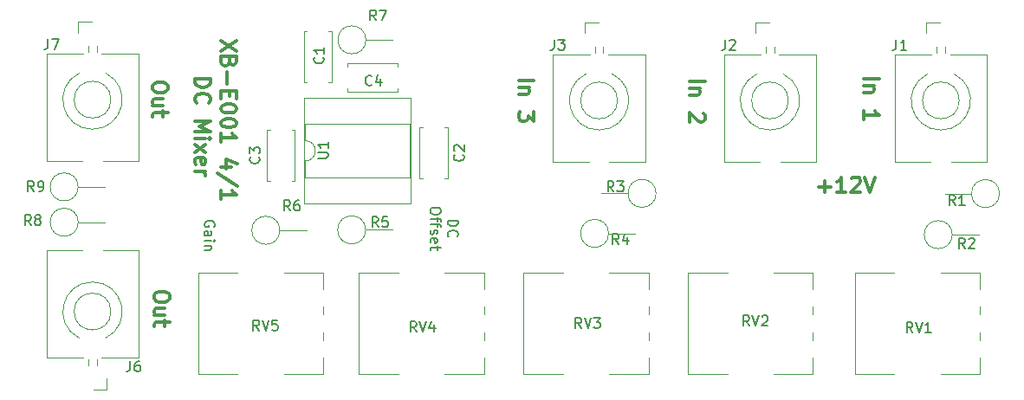
<source format=gbr>
G04 #@! TF.GenerationSoftware,KiCad,Pcbnew,(5.0.1)-rc2*
G04 #@! TF.CreationDate,2019-03-16T15:36:32-04:00*
G04 #@! TF.ProjectId,mixer,6D697865722E6B696361645F70636200,rev?*
G04 #@! TF.SameCoordinates,Original*
G04 #@! TF.FileFunction,Legend,Top*
G04 #@! TF.FilePolarity,Positive*
%FSLAX46Y46*%
G04 Gerber Fmt 4.6, Leading zero omitted, Abs format (unit mm)*
G04 Created by KiCad (PCBNEW (5.0.1)-rc2) date 3/16/2019 3:36:32 PM*
%MOMM*%
%LPD*%
G01*
G04 APERTURE LIST*
%ADD10C,0.300000*%
%ADD11C,0.200000*%
%ADD12C,0.120000*%
%ADD13C,0.150000*%
G04 APERTURE END LIST*
D10*
X191540142Y-83215942D02*
X192683000Y-83215942D01*
X192111571Y-83787371D02*
X192111571Y-82644514D01*
X194183000Y-83787371D02*
X193325857Y-83787371D01*
X193754428Y-83787371D02*
X193754428Y-82287371D01*
X193611571Y-82501657D01*
X193468714Y-82644514D01*
X193325857Y-82715942D01*
X194754428Y-82430228D02*
X194825857Y-82358800D01*
X194968714Y-82287371D01*
X195325857Y-82287371D01*
X195468714Y-82358800D01*
X195540142Y-82430228D01*
X195611571Y-82573085D01*
X195611571Y-82715942D01*
X195540142Y-82930228D01*
X194683000Y-83787371D01*
X195611571Y-83787371D01*
X196040142Y-82287371D02*
X196540142Y-83787371D01*
X197040142Y-82287371D01*
D11*
X132440300Y-87117347D02*
X132487919Y-87022109D01*
X132487919Y-86879252D01*
X132440300Y-86736395D01*
X132345061Y-86641157D01*
X132249823Y-86593538D01*
X132059347Y-86545919D01*
X131916490Y-86545919D01*
X131726014Y-86593538D01*
X131630776Y-86641157D01*
X131535538Y-86736395D01*
X131487919Y-86879252D01*
X131487919Y-86974490D01*
X131535538Y-87117347D01*
X131583157Y-87164966D01*
X131916490Y-87164966D01*
X131916490Y-86974490D01*
X131487919Y-88022109D02*
X132011728Y-88022109D01*
X132106966Y-87974490D01*
X132154585Y-87879252D01*
X132154585Y-87688776D01*
X132106966Y-87593538D01*
X131535538Y-88022109D02*
X131487919Y-87926871D01*
X131487919Y-87688776D01*
X131535538Y-87593538D01*
X131630776Y-87545919D01*
X131726014Y-87545919D01*
X131821252Y-87593538D01*
X131868871Y-87688776D01*
X131868871Y-87926871D01*
X131916490Y-88022109D01*
X131487919Y-88498300D02*
X132154585Y-88498300D01*
X132487919Y-88498300D02*
X132440300Y-88450680D01*
X132392680Y-88498300D01*
X132440300Y-88545919D01*
X132487919Y-88498300D01*
X132392680Y-88498300D01*
X132154585Y-88974490D02*
X131487919Y-88974490D01*
X132059347Y-88974490D02*
X132106966Y-89022109D01*
X132154585Y-89117347D01*
X132154585Y-89260204D01*
X132106966Y-89355442D01*
X132011728Y-89403061D01*
X131487919Y-89403061D01*
X155274119Y-86525195D02*
X156274119Y-86525195D01*
X156274119Y-86763290D01*
X156226500Y-86906147D01*
X156131261Y-87001385D01*
X156036023Y-87049004D01*
X155845547Y-87096623D01*
X155702690Y-87096623D01*
X155512214Y-87049004D01*
X155416976Y-87001385D01*
X155321738Y-86906147D01*
X155274119Y-86763290D01*
X155274119Y-86525195D01*
X155369357Y-88096623D02*
X155321738Y-88049004D01*
X155274119Y-87906147D01*
X155274119Y-87810909D01*
X155321738Y-87668052D01*
X155416976Y-87572814D01*
X155512214Y-87525195D01*
X155702690Y-87477576D01*
X155845547Y-87477576D01*
X156036023Y-87525195D01*
X156131261Y-87572814D01*
X156226500Y-87668052D01*
X156274119Y-87810909D01*
X156274119Y-87906147D01*
X156226500Y-88049004D01*
X156178880Y-88096623D01*
X154574119Y-85501385D02*
X154574119Y-85691861D01*
X154526500Y-85787100D01*
X154431261Y-85882338D01*
X154240785Y-85929957D01*
X153907452Y-85929957D01*
X153716976Y-85882338D01*
X153621738Y-85787100D01*
X153574119Y-85691861D01*
X153574119Y-85501385D01*
X153621738Y-85406147D01*
X153716976Y-85310909D01*
X153907452Y-85263290D01*
X154240785Y-85263290D01*
X154431261Y-85310909D01*
X154526500Y-85406147D01*
X154574119Y-85501385D01*
X154240785Y-86215671D02*
X154240785Y-86596623D01*
X153574119Y-86358528D02*
X154431261Y-86358528D01*
X154526500Y-86406147D01*
X154574119Y-86501385D01*
X154574119Y-86596623D01*
X154240785Y-86787100D02*
X154240785Y-87168052D01*
X153574119Y-86929957D02*
X154431261Y-86929957D01*
X154526500Y-86977576D01*
X154574119Y-87072814D01*
X154574119Y-87168052D01*
X153621738Y-87453766D02*
X153574119Y-87549004D01*
X153574119Y-87739480D01*
X153621738Y-87834719D01*
X153716976Y-87882338D01*
X153764595Y-87882338D01*
X153859833Y-87834719D01*
X153907452Y-87739480D01*
X153907452Y-87596623D01*
X153955071Y-87501385D01*
X154050309Y-87453766D01*
X154097928Y-87453766D01*
X154193166Y-87501385D01*
X154240785Y-87596623D01*
X154240785Y-87739480D01*
X154193166Y-87834719D01*
X153621738Y-88691861D02*
X153574119Y-88596623D01*
X153574119Y-88406147D01*
X153621738Y-88310909D01*
X153716976Y-88263290D01*
X154097928Y-88263290D01*
X154193166Y-88310909D01*
X154240785Y-88406147D01*
X154240785Y-88596623D01*
X154193166Y-88691861D01*
X154097928Y-88739480D01*
X154002690Y-88739480D01*
X153907452Y-88263290D01*
X154240785Y-89025195D02*
X154240785Y-89406147D01*
X154574119Y-89168052D02*
X153716976Y-89168052D01*
X153621738Y-89215671D01*
X153574119Y-89310909D01*
X153574119Y-89406147D01*
D10*
X162198928Y-72800614D02*
X163698928Y-72800614D01*
X163198928Y-73514900D02*
X162198928Y-73514900D01*
X163056071Y-73514900D02*
X163127500Y-73586328D01*
X163198928Y-73729185D01*
X163198928Y-73943471D01*
X163127500Y-74086328D01*
X162984642Y-74157757D01*
X162198928Y-74157757D01*
X163698928Y-75872042D02*
X163698928Y-76800614D01*
X163127500Y-76300614D01*
X163127500Y-76514900D01*
X163056071Y-76657757D01*
X162984642Y-76729185D01*
X162841785Y-76800614D01*
X162484642Y-76800614D01*
X162341785Y-76729185D01*
X162270357Y-76657757D01*
X162198928Y-76514900D01*
X162198928Y-76086328D01*
X162270357Y-75943471D01*
X162341785Y-75872042D01*
X178899428Y-72889514D02*
X180399428Y-72889514D01*
X179899428Y-73603800D02*
X178899428Y-73603800D01*
X179756571Y-73603800D02*
X179828000Y-73675228D01*
X179899428Y-73818085D01*
X179899428Y-74032371D01*
X179828000Y-74175228D01*
X179685142Y-74246657D01*
X178899428Y-74246657D01*
X180256571Y-76032371D02*
X180328000Y-76103800D01*
X180399428Y-76246657D01*
X180399428Y-76603800D01*
X180328000Y-76746657D01*
X180256571Y-76818085D01*
X180113714Y-76889514D01*
X179970857Y-76889514D01*
X179756571Y-76818085D01*
X178899428Y-75960942D01*
X178899428Y-76889514D01*
X195930128Y-72648214D02*
X197430128Y-72648214D01*
X196930128Y-73362500D02*
X195930128Y-73362500D01*
X196787271Y-73362500D02*
X196858700Y-73433928D01*
X196930128Y-73576785D01*
X196930128Y-73791071D01*
X196858700Y-73933928D01*
X196715842Y-74005357D01*
X195930128Y-74005357D01*
X195930128Y-76648214D02*
X195930128Y-75791071D01*
X195930128Y-76219642D02*
X197430128Y-76219642D01*
X197215842Y-76076785D01*
X197072985Y-75933928D01*
X197001557Y-75791071D01*
X128075428Y-93847600D02*
X128075428Y-94133314D01*
X128004000Y-94276171D01*
X127861142Y-94419028D01*
X127575428Y-94490457D01*
X127075428Y-94490457D01*
X126789714Y-94419028D01*
X126646857Y-94276171D01*
X126575428Y-94133314D01*
X126575428Y-93847600D01*
X126646857Y-93704742D01*
X126789714Y-93561885D01*
X127075428Y-93490457D01*
X127575428Y-93490457D01*
X127861142Y-93561885D01*
X128004000Y-93704742D01*
X128075428Y-93847600D01*
X127575428Y-95776171D02*
X126575428Y-95776171D01*
X127575428Y-95133314D02*
X126789714Y-95133314D01*
X126646857Y-95204742D01*
X126575428Y-95347600D01*
X126575428Y-95561885D01*
X126646857Y-95704742D01*
X126718285Y-95776171D01*
X127575428Y-96276171D02*
X127575428Y-96847600D01*
X128075428Y-96490457D02*
X126789714Y-96490457D01*
X126646857Y-96561885D01*
X126575428Y-96704742D01*
X126575428Y-96847600D01*
X127910328Y-73362500D02*
X127910328Y-73648214D01*
X127838900Y-73791071D01*
X127696042Y-73933928D01*
X127410328Y-74005357D01*
X126910328Y-74005357D01*
X126624614Y-73933928D01*
X126481757Y-73791071D01*
X126410328Y-73648214D01*
X126410328Y-73362500D01*
X126481757Y-73219642D01*
X126624614Y-73076785D01*
X126910328Y-73005357D01*
X127410328Y-73005357D01*
X127696042Y-73076785D01*
X127838900Y-73219642D01*
X127910328Y-73362500D01*
X127410328Y-75291071D02*
X126410328Y-75291071D01*
X127410328Y-74648214D02*
X126624614Y-74648214D01*
X126481757Y-74719642D01*
X126410328Y-74862500D01*
X126410328Y-75076785D01*
X126481757Y-75219642D01*
X126553185Y-75291071D01*
X127410328Y-75791071D02*
X127410328Y-76362500D01*
X127910328Y-76005357D02*
X126624614Y-76005357D01*
X126481757Y-76076785D01*
X126410328Y-76219642D01*
X126410328Y-76362500D01*
X134633628Y-68935057D02*
X133133628Y-69935057D01*
X134633628Y-69935057D02*
X133133628Y-68935057D01*
X133919342Y-71006485D02*
X133847914Y-71220771D01*
X133776485Y-71292200D01*
X133633628Y-71363628D01*
X133419342Y-71363628D01*
X133276485Y-71292200D01*
X133205057Y-71220771D01*
X133133628Y-71077914D01*
X133133628Y-70506485D01*
X134633628Y-70506485D01*
X134633628Y-71006485D01*
X134562200Y-71149342D01*
X134490771Y-71220771D01*
X134347914Y-71292200D01*
X134205057Y-71292200D01*
X134062200Y-71220771D01*
X133990771Y-71149342D01*
X133919342Y-71006485D01*
X133919342Y-70506485D01*
X133705057Y-72006485D02*
X133705057Y-73149342D01*
X133919342Y-73863628D02*
X133919342Y-74363628D01*
X133133628Y-74577914D02*
X133133628Y-73863628D01*
X134633628Y-73863628D01*
X134633628Y-74577914D01*
X134633628Y-75506485D02*
X134633628Y-75649342D01*
X134562200Y-75792200D01*
X134490771Y-75863628D01*
X134347914Y-75935057D01*
X134062200Y-76006485D01*
X133705057Y-76006485D01*
X133419342Y-75935057D01*
X133276485Y-75863628D01*
X133205057Y-75792200D01*
X133133628Y-75649342D01*
X133133628Y-75506485D01*
X133205057Y-75363628D01*
X133276485Y-75292200D01*
X133419342Y-75220771D01*
X133705057Y-75149342D01*
X134062200Y-75149342D01*
X134347914Y-75220771D01*
X134490771Y-75292200D01*
X134562200Y-75363628D01*
X134633628Y-75506485D01*
X134633628Y-76935057D02*
X134633628Y-77077914D01*
X134562200Y-77220771D01*
X134490771Y-77292200D01*
X134347914Y-77363628D01*
X134062200Y-77435057D01*
X133705057Y-77435057D01*
X133419342Y-77363628D01*
X133276485Y-77292200D01*
X133205057Y-77220771D01*
X133133628Y-77077914D01*
X133133628Y-76935057D01*
X133205057Y-76792200D01*
X133276485Y-76720771D01*
X133419342Y-76649342D01*
X133705057Y-76577914D01*
X134062200Y-76577914D01*
X134347914Y-76649342D01*
X134490771Y-76720771D01*
X134562200Y-76792200D01*
X134633628Y-76935057D01*
X133133628Y-78863628D02*
X133133628Y-78006485D01*
X133133628Y-78435057D02*
X134633628Y-78435057D01*
X134419342Y-78292200D01*
X134276485Y-78149342D01*
X134205057Y-78006485D01*
X134133628Y-81292200D02*
X133133628Y-81292200D01*
X134705057Y-80935057D02*
X133633628Y-80577914D01*
X133633628Y-81506485D01*
X134705057Y-83149342D02*
X132776485Y-81863628D01*
X133133628Y-84435057D02*
X133133628Y-83577914D01*
X133133628Y-84006485D02*
X134633628Y-84006485D01*
X134419342Y-83863628D01*
X134276485Y-83720771D01*
X134205057Y-83577914D01*
X130583628Y-72649342D02*
X132083628Y-72649342D01*
X132083628Y-73006485D01*
X132012200Y-73220771D01*
X131869342Y-73363628D01*
X131726485Y-73435057D01*
X131440771Y-73506485D01*
X131226485Y-73506485D01*
X130940771Y-73435057D01*
X130797914Y-73363628D01*
X130655057Y-73220771D01*
X130583628Y-73006485D01*
X130583628Y-72649342D01*
X130726485Y-75006485D02*
X130655057Y-74935057D01*
X130583628Y-74720771D01*
X130583628Y-74577914D01*
X130655057Y-74363628D01*
X130797914Y-74220771D01*
X130940771Y-74149342D01*
X131226485Y-74077914D01*
X131440771Y-74077914D01*
X131726485Y-74149342D01*
X131869342Y-74220771D01*
X132012200Y-74363628D01*
X132083628Y-74577914D01*
X132083628Y-74720771D01*
X132012200Y-74935057D01*
X131940771Y-75006485D01*
X130583628Y-76792200D02*
X132083628Y-76792200D01*
X131012200Y-77292200D01*
X132083628Y-77792200D01*
X130583628Y-77792200D01*
X130583628Y-78506485D02*
X131583628Y-78506485D01*
X132083628Y-78506485D02*
X132012200Y-78435057D01*
X131940771Y-78506485D01*
X132012200Y-78577914D01*
X132083628Y-78506485D01*
X131940771Y-78506485D01*
X130583628Y-79077914D02*
X131583628Y-79863628D01*
X131583628Y-79077914D02*
X130583628Y-79863628D01*
X130655057Y-81006485D02*
X130583628Y-80863628D01*
X130583628Y-80577914D01*
X130655057Y-80435057D01*
X130797914Y-80363628D01*
X131369342Y-80363628D01*
X131512200Y-80435057D01*
X131583628Y-80577914D01*
X131583628Y-80863628D01*
X131512200Y-81006485D01*
X131369342Y-81077914D01*
X131226485Y-81077914D01*
X131083628Y-80363628D01*
X130583628Y-81720771D02*
X131583628Y-81720771D01*
X131297914Y-81720771D02*
X131440771Y-81792200D01*
X131512200Y-81863628D01*
X131583628Y-82006485D01*
X131583628Y-82149342D01*
D12*
G04 #@! TO.C,C2*
X152843600Y-82389200D02*
X152528600Y-82389200D01*
X155268600Y-82389200D02*
X154953600Y-82389200D01*
X152843600Y-77449200D02*
X152528600Y-77449200D01*
X155268600Y-77449200D02*
X154953600Y-77449200D01*
X152528600Y-77449200D02*
X152528600Y-82389200D01*
X155268600Y-77449200D02*
X155268600Y-82389200D01*
G04 #@! TO.C,C3*
X137580700Y-82621600D02*
X137580700Y-77681600D01*
X140320700Y-82621600D02*
X140320700Y-77681600D01*
X137580700Y-82621600D02*
X137895700Y-82621600D01*
X140005700Y-82621600D02*
X140320700Y-82621600D01*
X137580700Y-77681600D02*
X137895700Y-77681600D01*
X140005700Y-77681600D02*
X140320700Y-77681600D01*
G04 #@! TO.C,C4*
X150385000Y-73597400D02*
X150385000Y-73912400D01*
X150385000Y-71172400D02*
X150385000Y-71487400D01*
X145445000Y-73597400D02*
X145445000Y-73912400D01*
X145445000Y-71172400D02*
X145445000Y-71487400D01*
X145445000Y-73912400D02*
X150385000Y-73912400D01*
X145445000Y-71172400D02*
X150385000Y-71172400D01*
G04 #@! TO.C,C1*
X143940200Y-68025800D02*
X143940200Y-72965800D01*
X141200200Y-68025800D02*
X141200200Y-72965800D01*
X143940200Y-68025800D02*
X143625200Y-68025800D01*
X141515200Y-68025800D02*
X141200200Y-68025800D01*
X143940200Y-72965800D02*
X143625200Y-72965800D01*
X141515200Y-72965800D02*
X141200200Y-72965800D01*
G04 #@! TO.C,J1*
X202058800Y-67120600D02*
X203378800Y-67120600D01*
X202058800Y-67120600D02*
X202058800Y-68220600D01*
X203878800Y-69500600D02*
X203878800Y-70100600D01*
X203038800Y-69500600D02*
X203038800Y-70100600D01*
X205258800Y-74780600D02*
G75*
G03X205258800Y-74780600I-1800000J0D01*
G01*
X202558800Y-70280600D02*
X198958800Y-70280600D01*
X207958800Y-70280600D02*
X204358800Y-70280600D01*
X202458800Y-80780600D02*
X198958800Y-80780600D01*
X207958800Y-80780600D02*
X204458800Y-80780600D01*
X204755063Y-72192023D02*
G75*
G02X203458800Y-77675600I-1296263J-2588577D01*
G01*
X202162537Y-72192023D02*
G75*
G03X203458800Y-77675600I1296263J-2588577D01*
G01*
X207958800Y-70280600D02*
X207958800Y-80780600D01*
X198958800Y-70280600D02*
X198958800Y-80780600D01*
G04 #@! TO.C,J2*
X182258300Y-70280600D02*
X182258300Y-80780600D01*
X191258300Y-70280600D02*
X191258300Y-80780600D01*
X185462037Y-72192023D02*
G75*
G03X186758300Y-77675600I1296263J-2588577D01*
G01*
X188054563Y-72192023D02*
G75*
G02X186758300Y-77675600I-1296263J-2588577D01*
G01*
X191258300Y-80780600D02*
X187758300Y-80780600D01*
X185758300Y-80780600D02*
X182258300Y-80780600D01*
X191258300Y-70280600D02*
X187658300Y-70280600D01*
X185858300Y-70280600D02*
X182258300Y-70280600D01*
X188558300Y-74780600D02*
G75*
G03X188558300Y-74780600I-1800000J0D01*
G01*
X186338300Y-69500600D02*
X186338300Y-70100600D01*
X187178300Y-69500600D02*
X187178300Y-70100600D01*
X185358300Y-67120600D02*
X185358300Y-68220600D01*
X185358300Y-67120600D02*
X186678300Y-67120600D01*
G04 #@! TO.C,J3*
X168657800Y-67120600D02*
X169977800Y-67120600D01*
X168657800Y-67120600D02*
X168657800Y-68220600D01*
X170477800Y-69500600D02*
X170477800Y-70100600D01*
X169637800Y-69500600D02*
X169637800Y-70100600D01*
X171857800Y-74780600D02*
G75*
G03X171857800Y-74780600I-1800000J0D01*
G01*
X169157800Y-70280600D02*
X165557800Y-70280600D01*
X174557800Y-70280600D02*
X170957800Y-70280600D01*
X169057800Y-80780600D02*
X165557800Y-80780600D01*
X174557800Y-80780600D02*
X171057800Y-80780600D01*
X171354063Y-72192023D02*
G75*
G02X170057800Y-77675600I-1296263J-2588577D01*
G01*
X168761537Y-72192023D02*
G75*
G03X170057800Y-77675600I1296263J-2588577D01*
G01*
X174557800Y-70280600D02*
X174557800Y-80780600D01*
X165557800Y-70280600D02*
X165557800Y-80780600D01*
G04 #@! TO.C,J6*
X121948400Y-103084800D02*
X120628400Y-103084800D01*
X121948400Y-103084800D02*
X121948400Y-101984800D01*
X120128400Y-100704800D02*
X120128400Y-100104800D01*
X120968400Y-100704800D02*
X120968400Y-100104800D01*
X122348400Y-95424800D02*
G75*
G03X122348400Y-95424800I-1800000J0D01*
G01*
X121448400Y-99924800D02*
X125048400Y-99924800D01*
X116048400Y-99924800D02*
X119648400Y-99924800D01*
X121548400Y-89424800D02*
X125048400Y-89424800D01*
X116048400Y-89424800D02*
X119548400Y-89424800D01*
X119252137Y-98013377D02*
G75*
G02X120548400Y-92529800I1296263J2588577D01*
G01*
X121844663Y-98013377D02*
G75*
G03X120548400Y-92529800I-1296263J2588577D01*
G01*
X116048400Y-99924800D02*
X116048400Y-89424800D01*
X125048400Y-99924800D02*
X125048400Y-89424800D01*
G04 #@! TO.C,J7*
X116048400Y-70204400D02*
X116048400Y-80704400D01*
X125048400Y-70204400D02*
X125048400Y-80704400D01*
X119252137Y-72115823D02*
G75*
G03X120548400Y-77599400I1296263J-2588577D01*
G01*
X121844663Y-72115823D02*
G75*
G02X120548400Y-77599400I-1296263J-2588577D01*
G01*
X125048400Y-80704400D02*
X121548400Y-80704400D01*
X119548400Y-80704400D02*
X116048400Y-80704400D01*
X125048400Y-70204400D02*
X121448400Y-70204400D01*
X119648400Y-70204400D02*
X116048400Y-70204400D01*
X122348400Y-74704400D02*
G75*
G03X122348400Y-74704400I-1800000J0D01*
G01*
X120128400Y-69424400D02*
X120128400Y-70024400D01*
X120968400Y-69424400D02*
X120968400Y-70024400D01*
X119148400Y-67044400D02*
X119148400Y-68144400D01*
X119148400Y-67044400D02*
X120468400Y-67044400D01*
G04 #@! TO.C,U1*
X141316400Y-78705200D02*
G75*
G02X141316400Y-80705200I0J-1000000D01*
G01*
X141316400Y-80705200D02*
X141316400Y-82355200D01*
X141316400Y-82355200D02*
X151596400Y-82355200D01*
X151596400Y-82355200D02*
X151596400Y-77055200D01*
X151596400Y-77055200D02*
X141316400Y-77055200D01*
X141316400Y-77055200D02*
X141316400Y-78705200D01*
X141256400Y-84845200D02*
X151656400Y-84845200D01*
X151656400Y-84845200D02*
X151656400Y-74565200D01*
X151656400Y-74565200D02*
X141256400Y-74565200D01*
X141256400Y-74565200D02*
X141256400Y-84845200D01*
G04 #@! TO.C,RV5*
X143112600Y-101551600D02*
X139247600Y-101551600D01*
X134737600Y-101551600D02*
X130872600Y-101551600D01*
X143112600Y-91611600D02*
X139247600Y-91611600D01*
X134737600Y-91611600D02*
X130872600Y-91611600D01*
X143112600Y-101551600D02*
X143112600Y-99952600D01*
X143112600Y-98210600D02*
X143112600Y-97451600D01*
X143112600Y-95710600D02*
X143112600Y-94951600D01*
X143112600Y-93211600D02*
X143112600Y-91611600D01*
X130872600Y-101551600D02*
X130872600Y-91611600D01*
G04 #@! TO.C,RV4*
X146569800Y-101551600D02*
X146569800Y-91611600D01*
X158809800Y-93211600D02*
X158809800Y-91611600D01*
X158809800Y-95710600D02*
X158809800Y-94951600D01*
X158809800Y-98210600D02*
X158809800Y-97451600D01*
X158809800Y-101551600D02*
X158809800Y-99952600D01*
X150434800Y-91611600D02*
X146569800Y-91611600D01*
X158809800Y-91611600D02*
X154944800Y-91611600D01*
X150434800Y-101551600D02*
X146569800Y-101551600D01*
X158809800Y-101551600D02*
X154944800Y-101551600D01*
G04 #@! TO.C,RV3*
X174888000Y-101551600D02*
X171023000Y-101551600D01*
X166513000Y-101551600D02*
X162648000Y-101551600D01*
X174888000Y-91611600D02*
X171023000Y-91611600D01*
X166513000Y-91611600D02*
X162648000Y-91611600D01*
X174888000Y-101551600D02*
X174888000Y-99952600D01*
X174888000Y-98210600D02*
X174888000Y-97451600D01*
X174888000Y-95710600D02*
X174888000Y-94951600D01*
X174888000Y-93211600D02*
X174888000Y-91611600D01*
X162648000Y-101551600D02*
X162648000Y-91611600D01*
G04 #@! TO.C,RV2*
X178726200Y-101551600D02*
X178726200Y-91611600D01*
X190966200Y-93211600D02*
X190966200Y-91611600D01*
X190966200Y-95710600D02*
X190966200Y-94951600D01*
X190966200Y-98210600D02*
X190966200Y-97451600D01*
X190966200Y-101551600D02*
X190966200Y-99952600D01*
X182591200Y-91611600D02*
X178726200Y-91611600D01*
X190966200Y-91611600D02*
X187101200Y-91611600D01*
X182591200Y-101551600D02*
X178726200Y-101551600D01*
X190966200Y-101551600D02*
X187101200Y-101551600D01*
G04 #@! TO.C,RV1*
X207298400Y-101551600D02*
X203433400Y-101551600D01*
X198923400Y-101551600D02*
X195058400Y-101551600D01*
X207298400Y-91611600D02*
X203433400Y-91611600D01*
X198923400Y-91611600D02*
X195058400Y-91611600D01*
X207298400Y-101551600D02*
X207298400Y-99952600D01*
X207298400Y-98210600D02*
X207298400Y-97451600D01*
X207298400Y-95710600D02*
X207298400Y-94951600D01*
X207298400Y-93211600D02*
X207298400Y-91611600D01*
X195058400Y-101551600D02*
X195058400Y-91611600D01*
G04 #@! TO.C,R9*
X119149800Y-83235800D02*
G75*
G03X119149800Y-83235800I-1370000J0D01*
G01*
X119149800Y-83235800D02*
X121759800Y-83235800D01*
G04 #@! TO.C,R8*
X119149800Y-86690200D02*
X121759800Y-86690200D01*
X119149800Y-86690200D02*
G75*
G03X119149800Y-86690200I-1370000J0D01*
G01*
G04 #@! TO.C,R7*
X147267600Y-68859400D02*
G75*
G03X147267600Y-68859400I-1370000J0D01*
G01*
X147267600Y-68859400D02*
X149877600Y-68859400D01*
G04 #@! TO.C,R6*
X138860200Y-87477600D02*
X141470200Y-87477600D01*
X138860200Y-87477600D02*
G75*
G03X138860200Y-87477600I-1370000J0D01*
G01*
G04 #@! TO.C,R5*
X147242200Y-87439500D02*
G75*
G03X147242200Y-87439500I-1370000J0D01*
G01*
X147242200Y-87439500D02*
X149852200Y-87439500D01*
G04 #@! TO.C,R1*
X204570000Y-87909400D02*
X207180000Y-87909400D01*
X204570000Y-87909400D02*
G75*
G03X204570000Y-87909400I-1370000J0D01*
G01*
G04 #@! TO.C,R2*
X209192800Y-83896200D02*
G75*
G03X209192800Y-83896200I-1370000J0D01*
G01*
X206452800Y-83896200D02*
X203842800Y-83896200D01*
G04 #@! TO.C,R3*
X170991200Y-87782400D02*
X173601200Y-87782400D01*
X170991200Y-87782400D02*
G75*
G03X170991200Y-87782400I-1370000J0D01*
G01*
G04 #@! TO.C,R4*
X175621200Y-83870800D02*
G75*
G03X175621200Y-83870800I-1370000J0D01*
G01*
X172881200Y-83870800D02*
X170271200Y-83870800D01*
G04 #@! TO.C,C2*
D13*
X156755742Y-80085866D02*
X156803361Y-80133485D01*
X156850980Y-80276342D01*
X156850980Y-80371580D01*
X156803361Y-80514438D01*
X156708123Y-80609676D01*
X156612885Y-80657295D01*
X156422409Y-80704914D01*
X156279552Y-80704914D01*
X156089076Y-80657295D01*
X155993838Y-80609676D01*
X155898600Y-80514438D01*
X155850980Y-80371580D01*
X155850980Y-80276342D01*
X155898600Y-80133485D01*
X155946219Y-80085866D01*
X155946219Y-79704914D02*
X155898600Y-79657295D01*
X155850980Y-79562057D01*
X155850980Y-79323961D01*
X155898600Y-79228723D01*
X155946219Y-79181104D01*
X156041457Y-79133485D01*
X156136695Y-79133485D01*
X156279552Y-79181104D01*
X156850980Y-79752533D01*
X156850980Y-79133485D01*
G04 #@! TO.C,C3*
X136807842Y-80318266D02*
X136855461Y-80365885D01*
X136903080Y-80508742D01*
X136903080Y-80603980D01*
X136855461Y-80746838D01*
X136760223Y-80842076D01*
X136664985Y-80889695D01*
X136474509Y-80937314D01*
X136331652Y-80937314D01*
X136141176Y-80889695D01*
X136045938Y-80842076D01*
X135950700Y-80746838D01*
X135903080Y-80603980D01*
X135903080Y-80508742D01*
X135950700Y-80365885D01*
X135998319Y-80318266D01*
X135903080Y-79984933D02*
X135903080Y-79365885D01*
X136284033Y-79699219D01*
X136284033Y-79556361D01*
X136331652Y-79461123D01*
X136379271Y-79413504D01*
X136474509Y-79365885D01*
X136712604Y-79365885D01*
X136807842Y-79413504D01*
X136855461Y-79461123D01*
X136903080Y-79556361D01*
X136903080Y-79842076D01*
X136855461Y-79937314D01*
X136807842Y-79984933D01*
G04 #@! TO.C,C4*
X147839133Y-73229742D02*
X147791514Y-73277361D01*
X147648657Y-73324980D01*
X147553419Y-73324980D01*
X147410561Y-73277361D01*
X147315323Y-73182123D01*
X147267704Y-73086885D01*
X147220085Y-72896409D01*
X147220085Y-72753552D01*
X147267704Y-72563076D01*
X147315323Y-72467838D01*
X147410561Y-72372600D01*
X147553419Y-72324980D01*
X147648657Y-72324980D01*
X147791514Y-72372600D01*
X147839133Y-72420219D01*
X148696276Y-72658314D02*
X148696276Y-73324980D01*
X148458180Y-72277361D02*
X148220085Y-72991647D01*
X148839133Y-72991647D01*
G04 #@! TO.C,C1*
X143079742Y-70550066D02*
X143127361Y-70597685D01*
X143174980Y-70740542D01*
X143174980Y-70835780D01*
X143127361Y-70978638D01*
X143032123Y-71073876D01*
X142936885Y-71121495D01*
X142746409Y-71169114D01*
X142603552Y-71169114D01*
X142413076Y-71121495D01*
X142317838Y-71073876D01*
X142222600Y-70978638D01*
X142174980Y-70835780D01*
X142174980Y-70740542D01*
X142222600Y-70597685D01*
X142270219Y-70550066D01*
X143174980Y-69597685D02*
X143174980Y-70169114D01*
X143174980Y-69883400D02*
X142174980Y-69883400D01*
X142317838Y-69978638D01*
X142413076Y-70073876D01*
X142460695Y-70169114D01*
G04 #@! TO.C,J1*
X199095466Y-68832980D02*
X199095466Y-69547266D01*
X199047847Y-69690123D01*
X198952609Y-69785361D01*
X198809752Y-69832980D01*
X198714514Y-69832980D01*
X200095466Y-69832980D02*
X199524038Y-69832980D01*
X199809752Y-69832980D02*
X199809752Y-68832980D01*
X199714514Y-68975838D01*
X199619276Y-69071076D01*
X199524038Y-69118695D01*
G04 #@! TO.C,J2*
X182394966Y-68832980D02*
X182394966Y-69547266D01*
X182347347Y-69690123D01*
X182252109Y-69785361D01*
X182109252Y-69832980D01*
X182014014Y-69832980D01*
X182823538Y-68928219D02*
X182871157Y-68880600D01*
X182966395Y-68832980D01*
X183204490Y-68832980D01*
X183299728Y-68880600D01*
X183347347Y-68928219D01*
X183394966Y-69023457D01*
X183394966Y-69118695D01*
X183347347Y-69261552D01*
X182775919Y-69832980D01*
X183394966Y-69832980D01*
G04 #@! TO.C,J3*
X165694466Y-68832980D02*
X165694466Y-69547266D01*
X165646847Y-69690123D01*
X165551609Y-69785361D01*
X165408752Y-69832980D01*
X165313514Y-69832980D01*
X166075419Y-68832980D02*
X166694466Y-68832980D01*
X166361133Y-69213933D01*
X166503990Y-69213933D01*
X166599228Y-69261552D01*
X166646847Y-69309171D01*
X166694466Y-69404409D01*
X166694466Y-69642504D01*
X166646847Y-69737742D01*
X166599228Y-69785361D01*
X166503990Y-69832980D01*
X166218276Y-69832980D01*
X166123038Y-69785361D01*
X166075419Y-69737742D01*
G04 #@! TO.C,J6*
X124245066Y-100277180D02*
X124245066Y-100991466D01*
X124197447Y-101134323D01*
X124102209Y-101229561D01*
X123959352Y-101277180D01*
X123864114Y-101277180D01*
X125149828Y-100277180D02*
X124959352Y-100277180D01*
X124864114Y-100324800D01*
X124816495Y-100372419D01*
X124721257Y-100515276D01*
X124673638Y-100705752D01*
X124673638Y-101086704D01*
X124721257Y-101181942D01*
X124768876Y-101229561D01*
X124864114Y-101277180D01*
X125054590Y-101277180D01*
X125149828Y-101229561D01*
X125197447Y-101181942D01*
X125245066Y-101086704D01*
X125245066Y-100848609D01*
X125197447Y-100753371D01*
X125149828Y-100705752D01*
X125054590Y-100658133D01*
X124864114Y-100658133D01*
X124768876Y-100705752D01*
X124721257Y-100753371D01*
X124673638Y-100848609D01*
G04 #@! TO.C,J7*
X116185066Y-68756780D02*
X116185066Y-69471066D01*
X116137447Y-69613923D01*
X116042209Y-69709161D01*
X115899352Y-69756780D01*
X115804114Y-69756780D01*
X116566019Y-68756780D02*
X117232685Y-68756780D01*
X116804114Y-69756780D01*
G04 #@! TO.C,U1*
X142555980Y-80416304D02*
X143365504Y-80416304D01*
X143460742Y-80368685D01*
X143508361Y-80321066D01*
X143555980Y-80225828D01*
X143555980Y-80035352D01*
X143508361Y-79940114D01*
X143460742Y-79892495D01*
X143365504Y-79844876D01*
X142555980Y-79844876D01*
X143555980Y-78844876D02*
X143555980Y-79416304D01*
X143555980Y-79130590D02*
X142555980Y-79130590D01*
X142698838Y-79225828D01*
X142794076Y-79321066D01*
X142841695Y-79416304D01*
G04 #@! TO.C,RV5*
X136844161Y-97277180D02*
X136510828Y-96800990D01*
X136272733Y-97277180D02*
X136272733Y-96277180D01*
X136653685Y-96277180D01*
X136748923Y-96324800D01*
X136796542Y-96372419D01*
X136844161Y-96467657D01*
X136844161Y-96610514D01*
X136796542Y-96705752D01*
X136748923Y-96753371D01*
X136653685Y-96800990D01*
X136272733Y-96800990D01*
X137129876Y-96277180D02*
X137463209Y-97277180D01*
X137796542Y-96277180D01*
X138606066Y-96277180D02*
X138129876Y-96277180D01*
X138082257Y-96753371D01*
X138129876Y-96705752D01*
X138225114Y-96658133D01*
X138463209Y-96658133D01*
X138558447Y-96705752D01*
X138606066Y-96753371D01*
X138653685Y-96848609D01*
X138653685Y-97086704D01*
X138606066Y-97181942D01*
X138558447Y-97229561D01*
X138463209Y-97277180D01*
X138225114Y-97277180D01*
X138129876Y-97229561D01*
X138082257Y-97181942D01*
G04 #@! TO.C,RV4*
X152211161Y-97404180D02*
X151877828Y-96927990D01*
X151639733Y-97404180D02*
X151639733Y-96404180D01*
X152020685Y-96404180D01*
X152115923Y-96451800D01*
X152163542Y-96499419D01*
X152211161Y-96594657D01*
X152211161Y-96737514D01*
X152163542Y-96832752D01*
X152115923Y-96880371D01*
X152020685Y-96927990D01*
X151639733Y-96927990D01*
X152496876Y-96404180D02*
X152830209Y-97404180D01*
X153163542Y-96404180D01*
X153925447Y-96737514D02*
X153925447Y-97404180D01*
X153687352Y-96356561D02*
X153449257Y-97070847D01*
X154068304Y-97070847D01*
G04 #@! TO.C,RV3*
X168340161Y-97048580D02*
X168006828Y-96572390D01*
X167768733Y-97048580D02*
X167768733Y-96048580D01*
X168149685Y-96048580D01*
X168244923Y-96096200D01*
X168292542Y-96143819D01*
X168340161Y-96239057D01*
X168340161Y-96381914D01*
X168292542Y-96477152D01*
X168244923Y-96524771D01*
X168149685Y-96572390D01*
X167768733Y-96572390D01*
X168625876Y-96048580D02*
X168959209Y-97048580D01*
X169292542Y-96048580D01*
X169530638Y-96048580D02*
X170149685Y-96048580D01*
X169816352Y-96429533D01*
X169959209Y-96429533D01*
X170054447Y-96477152D01*
X170102066Y-96524771D01*
X170149685Y-96620009D01*
X170149685Y-96858104D01*
X170102066Y-96953342D01*
X170054447Y-97000961D01*
X169959209Y-97048580D01*
X169673495Y-97048580D01*
X169578257Y-97000961D01*
X169530638Y-96953342D01*
G04 #@! TO.C,RV2*
X184748561Y-96819980D02*
X184415228Y-96343790D01*
X184177133Y-96819980D02*
X184177133Y-95819980D01*
X184558085Y-95819980D01*
X184653323Y-95867600D01*
X184700942Y-95915219D01*
X184748561Y-96010457D01*
X184748561Y-96153314D01*
X184700942Y-96248552D01*
X184653323Y-96296171D01*
X184558085Y-96343790D01*
X184177133Y-96343790D01*
X185034276Y-95819980D02*
X185367609Y-96819980D01*
X185700942Y-95819980D01*
X185986657Y-95915219D02*
X186034276Y-95867600D01*
X186129514Y-95819980D01*
X186367609Y-95819980D01*
X186462847Y-95867600D01*
X186510466Y-95915219D01*
X186558085Y-96010457D01*
X186558085Y-96105695D01*
X186510466Y-96248552D01*
X185939038Y-96819980D01*
X186558085Y-96819980D01*
G04 #@! TO.C,RV1*
X200699761Y-97454980D02*
X200366428Y-96978790D01*
X200128333Y-97454980D02*
X200128333Y-96454980D01*
X200509285Y-96454980D01*
X200604523Y-96502600D01*
X200652142Y-96550219D01*
X200699761Y-96645457D01*
X200699761Y-96788314D01*
X200652142Y-96883552D01*
X200604523Y-96931171D01*
X200509285Y-96978790D01*
X200128333Y-96978790D01*
X200985476Y-96454980D02*
X201318809Y-97454980D01*
X201652142Y-96454980D01*
X202509285Y-97454980D02*
X201937857Y-97454980D01*
X202223571Y-97454980D02*
X202223571Y-96454980D01*
X202128333Y-96597838D01*
X202033095Y-96693076D01*
X201937857Y-96740695D01*
G04 #@! TO.C,R9*
X114819133Y-83662780D02*
X114485800Y-83186590D01*
X114247704Y-83662780D02*
X114247704Y-82662780D01*
X114628657Y-82662780D01*
X114723895Y-82710400D01*
X114771514Y-82758019D01*
X114819133Y-82853257D01*
X114819133Y-82996114D01*
X114771514Y-83091352D01*
X114723895Y-83138971D01*
X114628657Y-83186590D01*
X114247704Y-83186590D01*
X115295323Y-83662780D02*
X115485800Y-83662780D01*
X115581038Y-83615161D01*
X115628657Y-83567542D01*
X115723895Y-83424685D01*
X115771514Y-83234209D01*
X115771514Y-82853257D01*
X115723895Y-82758019D01*
X115676276Y-82710400D01*
X115581038Y-82662780D01*
X115390561Y-82662780D01*
X115295323Y-82710400D01*
X115247704Y-82758019D01*
X115200085Y-82853257D01*
X115200085Y-83091352D01*
X115247704Y-83186590D01*
X115295323Y-83234209D01*
X115390561Y-83281828D01*
X115581038Y-83281828D01*
X115676276Y-83234209D01*
X115723895Y-83186590D01*
X115771514Y-83091352D01*
G04 #@! TO.C,R8*
X114539733Y-86990180D02*
X114206400Y-86513990D01*
X113968304Y-86990180D02*
X113968304Y-85990180D01*
X114349257Y-85990180D01*
X114444495Y-86037800D01*
X114492114Y-86085419D01*
X114539733Y-86180657D01*
X114539733Y-86323514D01*
X114492114Y-86418752D01*
X114444495Y-86466371D01*
X114349257Y-86513990D01*
X113968304Y-86513990D01*
X115111161Y-86418752D02*
X115015923Y-86371133D01*
X114968304Y-86323514D01*
X114920685Y-86228276D01*
X114920685Y-86180657D01*
X114968304Y-86085419D01*
X115015923Y-86037800D01*
X115111161Y-85990180D01*
X115301638Y-85990180D01*
X115396876Y-86037800D01*
X115444495Y-86085419D01*
X115492114Y-86180657D01*
X115492114Y-86228276D01*
X115444495Y-86323514D01*
X115396876Y-86371133D01*
X115301638Y-86418752D01*
X115111161Y-86418752D01*
X115015923Y-86466371D01*
X114968304Y-86513990D01*
X114920685Y-86609228D01*
X114920685Y-86799704D01*
X114968304Y-86894942D01*
X115015923Y-86942561D01*
X115111161Y-86990180D01*
X115301638Y-86990180D01*
X115396876Y-86942561D01*
X115444495Y-86894942D01*
X115492114Y-86799704D01*
X115492114Y-86609228D01*
X115444495Y-86513990D01*
X115396876Y-86466371D01*
X115301638Y-86418752D01*
G04 #@! TO.C,R7*
X148270933Y-66941780D02*
X147937600Y-66465590D01*
X147699504Y-66941780D02*
X147699504Y-65941780D01*
X148080457Y-65941780D01*
X148175695Y-65989400D01*
X148223314Y-66037019D01*
X148270933Y-66132257D01*
X148270933Y-66275114D01*
X148223314Y-66370352D01*
X148175695Y-66417971D01*
X148080457Y-66465590D01*
X147699504Y-66465590D01*
X148604266Y-65941780D02*
X149270933Y-65941780D01*
X148842361Y-66941780D01*
G04 #@! TO.C,R6*
X139863533Y-85559980D02*
X139530200Y-85083790D01*
X139292104Y-85559980D02*
X139292104Y-84559980D01*
X139673057Y-84559980D01*
X139768295Y-84607600D01*
X139815914Y-84655219D01*
X139863533Y-84750457D01*
X139863533Y-84893314D01*
X139815914Y-84988552D01*
X139768295Y-85036171D01*
X139673057Y-85083790D01*
X139292104Y-85083790D01*
X140720676Y-84559980D02*
X140530200Y-84559980D01*
X140434961Y-84607600D01*
X140387342Y-84655219D01*
X140292104Y-84798076D01*
X140244485Y-84988552D01*
X140244485Y-85369504D01*
X140292104Y-85464742D01*
X140339723Y-85512361D01*
X140434961Y-85559980D01*
X140625438Y-85559980D01*
X140720676Y-85512361D01*
X140768295Y-85464742D01*
X140815914Y-85369504D01*
X140815914Y-85131409D01*
X140768295Y-85036171D01*
X140720676Y-84988552D01*
X140625438Y-84940933D01*
X140434961Y-84940933D01*
X140339723Y-84988552D01*
X140292104Y-85036171D01*
X140244485Y-85131409D01*
G04 #@! TO.C,R5*
X148474133Y-87155280D02*
X148140800Y-86679090D01*
X147902704Y-87155280D02*
X147902704Y-86155280D01*
X148283657Y-86155280D01*
X148378895Y-86202900D01*
X148426514Y-86250519D01*
X148474133Y-86345757D01*
X148474133Y-86488614D01*
X148426514Y-86583852D01*
X148378895Y-86631471D01*
X148283657Y-86679090D01*
X147902704Y-86679090D01*
X149378895Y-86155280D02*
X148902704Y-86155280D01*
X148855085Y-86631471D01*
X148902704Y-86583852D01*
X148997942Y-86536233D01*
X149236038Y-86536233D01*
X149331276Y-86583852D01*
X149378895Y-86631471D01*
X149426514Y-86726709D01*
X149426514Y-86964804D01*
X149378895Y-87060042D01*
X149331276Y-87107661D01*
X149236038Y-87155280D01*
X148997942Y-87155280D01*
X148902704Y-87107661D01*
X148855085Y-87060042D01*
G04 #@! TO.C,R1*
X204862133Y-85034380D02*
X204528800Y-84558190D01*
X204290704Y-85034380D02*
X204290704Y-84034380D01*
X204671657Y-84034380D01*
X204766895Y-84082000D01*
X204814514Y-84129619D01*
X204862133Y-84224857D01*
X204862133Y-84367714D01*
X204814514Y-84462952D01*
X204766895Y-84510571D01*
X204671657Y-84558190D01*
X204290704Y-84558190D01*
X205814514Y-85034380D02*
X205243085Y-85034380D01*
X205528800Y-85034380D02*
X205528800Y-84034380D01*
X205433561Y-84177238D01*
X205338323Y-84272476D01*
X205243085Y-84320095D01*
G04 #@! TO.C,R2*
X205801933Y-89250780D02*
X205468600Y-88774590D01*
X205230504Y-89250780D02*
X205230504Y-88250780D01*
X205611457Y-88250780D01*
X205706695Y-88298400D01*
X205754314Y-88346019D01*
X205801933Y-88441257D01*
X205801933Y-88584114D01*
X205754314Y-88679352D01*
X205706695Y-88726971D01*
X205611457Y-88774590D01*
X205230504Y-88774590D01*
X206182885Y-88346019D02*
X206230504Y-88298400D01*
X206325742Y-88250780D01*
X206563838Y-88250780D01*
X206659076Y-88298400D01*
X206706695Y-88346019D01*
X206754314Y-88441257D01*
X206754314Y-88536495D01*
X206706695Y-88679352D01*
X206135266Y-89250780D01*
X206754314Y-89250780D01*
G04 #@! TO.C,R3*
X171486533Y-83688180D02*
X171153200Y-83211990D01*
X170915104Y-83688180D02*
X170915104Y-82688180D01*
X171296057Y-82688180D01*
X171391295Y-82735800D01*
X171438914Y-82783419D01*
X171486533Y-82878657D01*
X171486533Y-83021514D01*
X171438914Y-83116752D01*
X171391295Y-83164371D01*
X171296057Y-83211990D01*
X170915104Y-83211990D01*
X171819866Y-82688180D02*
X172438914Y-82688180D01*
X172105580Y-83069133D01*
X172248438Y-83069133D01*
X172343676Y-83116752D01*
X172391295Y-83164371D01*
X172438914Y-83259609D01*
X172438914Y-83497704D01*
X172391295Y-83592942D01*
X172343676Y-83640561D01*
X172248438Y-83688180D01*
X171962723Y-83688180D01*
X171867485Y-83640561D01*
X171819866Y-83592942D01*
G04 #@! TO.C,R4*
X171969133Y-88844380D02*
X171635800Y-88368190D01*
X171397704Y-88844380D02*
X171397704Y-87844380D01*
X171778657Y-87844380D01*
X171873895Y-87892000D01*
X171921514Y-87939619D01*
X171969133Y-88034857D01*
X171969133Y-88177714D01*
X171921514Y-88272952D01*
X171873895Y-88320571D01*
X171778657Y-88368190D01*
X171397704Y-88368190D01*
X172826276Y-88177714D02*
X172826276Y-88844380D01*
X172588180Y-87796761D02*
X172350085Y-88511047D01*
X172969133Y-88511047D01*
G04 #@! TD*
M02*

</source>
